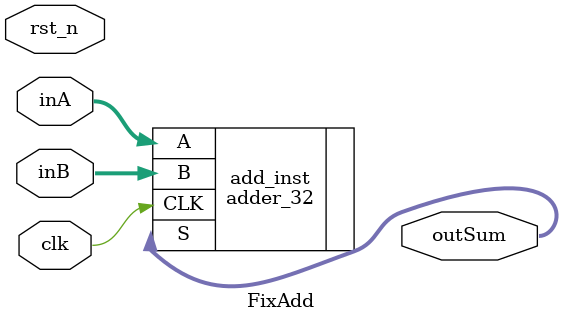
<source format=v>
module FixAdd(
    rst_n,
    clk,
	inA,
	inB,
	outSum
);
    parameter WIDTH = 16;      //total width for fixpoint
	
    input rst_n;
    input clk;	
	input  [WIDTH-1:0] inA;
	input  [WIDTH-1:0] inB;
	output [WIDTH-1:0] outSum;
	 
	adder_32 add_inst (
		.A(inA),      // input wire [31 : 0] A
		.B(inB),      // input wire [31 : 0] B
		.CLK(clk),  // input wire CLK
		.S(outSum)      // output wire [31 : 0] S
	);
endmodule





</source>
